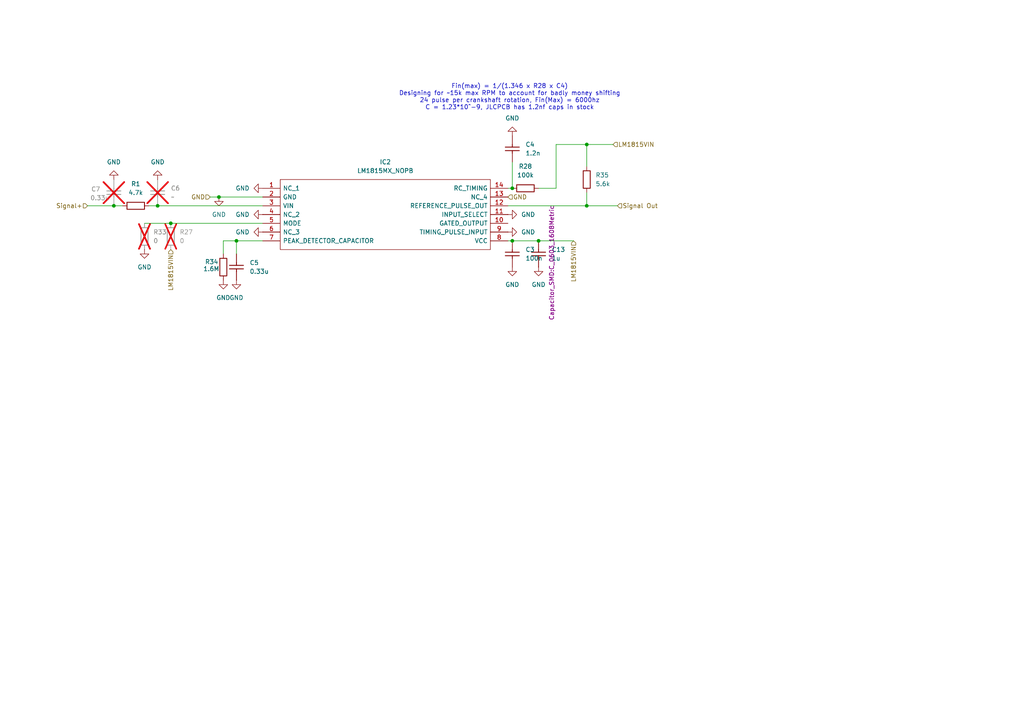
<source format=kicad_sch>
(kicad_sch (version 20231120) (generator "eeschema") (generator_version "8.0")
  (paper "A4")
  (lib_symbols
    (symbol "Device:R" (pin_numbers hide) (pin_names (offset 0))
      (property "Reference" "R" (at 2.032 0 90))
      (property "Value" "R" (at 0 0 90))
      (symbol "R_0_1"
        (rectangle (start -1.016 -2.54) (end 1.016 2.54) (stroke (width 0.254)))
      )
      (symbol "R_1_1"
        (pin passive line (at 0 3.81 270) (length 1.27) (name "~") (number "1"))
        (pin passive line (at 0 -3.81 90) (length 1.27) (name "~") (number "2"))
      )
    )
    (symbol "SamacSys_Parts:LM1815MX_NOPB" (pin_names (offset 0.762))
      (property "Reference" "IC" (at 67.31 7.62 0))
      (property "Value" "LM1815MX_NOPB" (at 67.31 5.08 0))
      (symbol "LM1815MX_NOPB_0_0"
        (pin passive line (at 0 0 0) (length 5.08) (name "NC_1") (number "1"))
        (pin passive line (at 71.12 -10.16 180) (length 5.08) (name "GATED_OUTPUT") (number "10"))
        (pin passive line (at 71.12 -7.62 180) (length 5.08) (name "INPUT_SELECT") (number "11"))
        (pin passive line (at 71.12 -5.08 180) (length 5.08) (name "REFERENCE_PULSE_OUT") (number "12"))
        (pin passive line (at 71.12 -2.54 180) (length 5.08) (name "NC_4") (number "13"))
        (pin passive line (at 71.12 0 180) (length 5.08) (name "RC_TIMING") (number "14"))
        (pin passive line (at 0 -2.54 0) (length 5.08) (name "GND") (number "2"))
        (pin passive line (at 0 -5.08 0) (length 5.08) (name "VIN") (number "3"))
        (pin passive line (at 0 -7.62 0) (length 5.08) (name "NC_2") (number "4"))
        (pin passive line (at 0 -10.16 0) (length 5.08) (name "MODE") (number "5"))
        (pin passive line (at 0 -12.7 0) (length 5.08) (name "NC_3") (number "6"))
        (pin passive line (at 0 -15.24 0) (length 5.08) (name "PEAK_DETECTOR_CAPACITOR") (number "7"))
        (pin passive line (at 71.12 -15.24 180) (length 5.08) (name "VCC") (number "8"))
        (pin passive line (at 71.12 -12.7 180) (length 5.08) (name "TIMING_PULSE_INPUT") (number "9"))
      )
      (symbol "LM1815MX_NOPB_0_1"
        (polyline (pts (xy 5.08 2.54) (xy 66.04 2.54) (xy 66.04 -17.78) (xy 5.08 -17.78) (xy 5.08 2.54)) (stroke (width 0.1524)))
      )
    )
    (symbol "hellen-one-common:Cap" (pin_numbers hide)
      (property "Reference" "C" (at -3.81 2.54 0))
      (property "Value" "Cap" (at -2.54 -1.27 0))
      (symbol "Cap_1_0"
        (polyline (pts (xy -1.27 0) (xy -0.508 0)) (stroke (width 0.254)))
        (polyline (pts (xy -0.508 -2.032) (xy -0.508 2.032)) (stroke (width 0.254)))
        (polyline (pts (xy 0.508 2.032) (xy 0.508 -2.032)) (stroke (width 0.254)))
        (polyline (pts (xy 1.27 0) (xy 0.508 0)) (stroke (width 0.254)))
        (pin passive line (at -3.81 0 0) (length 2.54) (name "") (number "1"))
        (pin passive line (at 3.81 0 180) (length 2.54) (name "") (number "2"))
      )
    )
    (symbol "power:GND" (power) (pin_numbers hide) (pin_names (offset 0) hide)
      (property "Value" "GND" (at 0 -3.81 0))
      (symbol "GND_0_1"
        (polyline (pts (xy 0 0) (xy 0 -1.27) (xy 1.27 -1.27) (xy 0 -2.54) (xy -1.27 -1.27) (xy 0 -1.27)))
      )
      (symbol "GND_1_1"
        (pin power_in line (at 0 0 270) (length 0) (name "~") (number "1"))
      )
    )
  )
  (junction (at 156.21 69.85))
  (junction (at 45.72 59.69))
  (junction (at 170.18 59.69))
  (junction (at 148.59 69.85))
  (junction (at 68.58 69.85))
  (junction (at 63.5 57.15))
  (junction (at 49.53 64.77))
  (junction (at 170.18 41.91))
  (junction (at 148.59 54.61))
  (junction (at 33.02 59.69))
  (wire (pts (xy 41.91 64.77) (xy 49.53 64.77)))
  (wire (pts (xy 161.29 54.61) (xy 156.21 54.61)))
  (wire (pts (xy 166.37 69.85) (xy 156.21 69.85)))
  (wire (pts (xy 64.77 69.85) (xy 68.58 69.85)))
  (wire (pts (xy 170.18 41.91) (xy 161.29 41.91)))
  (wire (pts (xy 25.4 59.69) (xy 33.02 59.69)))
  (wire (pts (xy 60.96 57.15) (xy 63.5 57.15)))
  (wire (pts (xy 68.58 73.66) (xy 68.58 69.85)))
  (wire (pts (xy 170.18 55.88) (xy 170.18 59.69)))
  (wire (pts (xy 161.29 41.91) (xy 161.29 54.61)))
  (wire (pts (xy 43.18 59.69) (xy 45.72 59.69)))
  (wire (pts (xy 148.59 46.99) (xy 148.59 54.61)))
  (wire (pts (xy 179.07 59.69) (xy 170.18 59.69)))
  (wire (pts (xy 45.72 59.69) (xy 76.2 59.69)))
  (wire (pts (xy 63.5 57.15) (xy 76.2 57.15)))
  (wire (pts (xy 68.58 69.85) (xy 76.2 69.85)))
  (wire (pts (xy 156.21 69.85) (xy 148.59 69.85)))
  (wire (pts (xy 33.02 59.69) (xy 35.56 59.69)))
  (wire (pts (xy 148.59 69.85) (xy 147.32 69.85)))
  (wire (pts (xy 170.18 59.69) (xy 147.32 59.69)))
  (wire (pts (xy 148.59 54.61) (xy 147.32 54.61)))
  (wire (pts (xy 177.8 41.91) (xy 170.18 41.91)))
  (wire (pts (xy 64.77 73.66) (xy 64.77 69.85)))
  (wire (pts (xy 49.53 64.77) (xy 76.2 64.77)))
  (wire (pts (xy 170.18 41.91) (xy 170.18 48.26)))
  (text "Fin(max) = 1/(1.346 x R28 x C4)\nDesigning for ~15k max RPM to account for badly money shifting\n24 pulse per crankshaft rotation, Fin(Max) = 6000hz\nC = 1.23*10^-9, JLCPCB has 1.2nf caps in stock" (at 147.828 28.194 0) (effects (font (size 1.27 1.27))))
  (hierarchical_label "LM1815VIN" (shape input) (at 177.8 41.91 0))
  (hierarchical_label "Signal Out" (shape input) (at 179.07 59.69 0))
  (hierarchical_label "LM1815VIN" (shape input) (at 166.37 69.85 270))
  (hierarchical_label "GND" (shape input) (at 60.96 57.15 180))
  (hierarchical_label "GND" (shape input) (at 147.32 57.15 0))
  (hierarchical_label "Signal+" (shape input) (at 25.4 59.69 180))
  (hierarchical_label "LM1815VIN" (shape input) (at 49.53 72.39 270))
  (symbol (lib_id "power:GND") (at 148.59 77.47 0) (unit 1)
    (property "Reference" "#PWR0101" (effects (hide yes)))
    (property "Value" "GND" (at 148.59 82.55 0))
    (property "Description" "Power symbol creates a global label with name \"GND\" , ground" (effects (hide yes)))
  )
  (symbol (lib_id "Device:R") (at 64.77 77.47 0) (unit 1)
    (property "Reference" "R34" (at 59.436 75.946 0) (effects (justify left)))
    (property "Value" "1.6M" (at 58.928 77.978 0) (effects (justify left)))
    (property "Footprint" "Resistor_SMD:R_0402_1005Metric" (effects (hide yes)))
    (property "Description" "Resistor" (effects (hide yes)))
  )
  (symbol (lib_id "hellen-one-common:Cap") (at 148.59 73.66 90) (unit 1)
    (property "Reference" "C3" (at 152.4 72.3899 90) (effects (justify right)))
    (property "Value" "100n" (at 152.4 74.9299 90) (effects (justify right)))
    (property "Footprint" "Capacitor_SMD:C_0402_1005Metric" (effects (hide yes)))
    (property "Description" "Capacitor" (effects (hide yes)))
  )
  (symbol (lib_id "hellen-one-common:Cap") (at 148.59 43.18 90) (unit 1)
    (property "Reference" "C4" (at 152.4 41.9099 90) (effects (justify right)))
    (property "Value" "1.2n" (at 152.4 44.4499 90) (effects (justify right)))
    (property "Footprint" "Capacitor_SMD:C_0402_1005Metric" (effects (hide yes)))
    (property "Description" "Capacitor" (effects (hide yes)))
  )
  (symbol (lib_id "power:GND") (at 156.21 77.47 0) (unit 1)
    (property "Reference" "#PWR057" (effects (hide yes)))
    (property "Value" "GND" (at 156.21 82.55 0))
    (property "Description" "Power symbol creates a global label with name \"GND\" , ground" (effects (hide yes)))
  )
  (symbol (lib_id "power:GND") (at 76.2 67.31 270) (unit 1)
    (property "Reference" "#PWR085" (effects (hide yes)))
    (property "Value" "GND" (at 72.39 67.3099 90) (effects (justify right)))
    (property "Description" "Power symbol creates a global label with name \"GND\" , ground" (effects (hide yes)))
  )
  (symbol (lib_id "hellen-one-common:Cap") (at 45.72 55.88 90) (unit 1) (in_bom no) (dnp yes)
    (property "Reference" "C6" (at 49.53 54.6099 90) (effects (justify right)))
    (property "Value" "~" (at 49.53 57.1499 90) (effects (justify right)))
    (property "Footprint" "Capacitor_SMD:C_0603_1608Metric" (effects (hide yes)))
    (property "Description" "Capacitor" (effects (hide yes)))
  )
  (symbol (lib_id "power:GND") (at 147.32 62.23 90) (unit 1)
    (property "Reference" "#PWR081" (effects (hide yes)))
    (property "Value" "GND" (at 151.13 62.2299 90) (effects (justify right)))
    (property "Description" "Power symbol creates a global label with name \"GND\" , ground" (effects (hide yes)))
  )
  (symbol (lib_id "Device:R") (at 170.18 52.07 0) (unit 1)
    (property "Reference" "R35" (at 172.72 50.7999 0) (effects (justify left)))
    (property "Value" "5.6k" (at 172.72 53.3399 0) (effects (justify left)))
    (property "Footprint" "Resistor_SMD:R_0402_1005Metric" (effects (hide yes)))
    (property "Description" "Resistor" (effects (hide yes)))
  )
  (symbol (lib_id "power:GND") (at 33.02 52.07 180) (unit 1)
    (property "Reference" "#PWR086" (effects (hide yes)))
    (property "Value" "GND" (at 33.02 46.99 0))
    (property "Description" "Power symbol creates a global label with name \"GND\" , ground" (effects (hide yes)))
  )
  (symbol (lib_id "Device:R") (at 49.53 68.58 180) (unit 1) (in_bom no) (dnp yes)
    (property "Reference" "R27" (at 52.07 67.3099 0) (effects (justify right)))
    (property "Value" "0" (at 52.07 69.8499 0) (effects (justify right)))
    (property "Footprint" "Resistor_SMD:R_0402_1005Metric" (effects (hide yes)))
    (property "Description" "Resistor" (effects (hide yes)))
  )
  (symbol (lib_id "Device:R") (at 39.37 59.69 90) (unit 1)
    (property "Reference" "R1" (at 39.37 53.34 90))
    (property "Value" "4.7k" (at 39.37 55.88 90))
    (property "Footprint" "Resistor_SMD:R_0402_1005Metric" (effects (hide yes)))
    (property "Description" "Resistor" (effects (hide yes)))
  )
  (symbol (lib_id "power:GND") (at 147.32 67.31 90) (unit 1)
    (property "Reference" "#PWR066" (effects (hide yes)))
    (property "Value" "GND" (at 151.13 67.3099 90) (effects (justify right)))
    (property "Description" "Power symbol creates a global label with name \"GND\" , ground" (effects (hide yes)))
  )
  (symbol (lib_id "hellen-one-common:Cap") (at 68.58 77.47 90) (unit 1)
    (property "Reference" "C5" (at 72.39 76.1999 90) (effects (justify right)))
    (property "Value" "0.33u" (at 72.39 78.7399 90) (effects (justify right)))
    (property "Footprint" "Capacitor_SMD:C_0402_1005Metric" (effects (hide yes)))
    (property "Description" "Capacitor" (effects (hide yes)))
  )
  (symbol (lib_id "power:GND") (at 41.91 72.39 0) (unit 1)
    (property "Reference" "#PWR063" (effects (hide yes)))
    (property "Value" "GND" (at 41.91 77.47 0))
    (property "Description" "Power symbol creates a global label with name \"GND\" , ground" (effects (hide yes)))
  )
  (symbol (lib_id "SamacSys_Parts:LM1815MX_NOPB") (at 76.2 54.61 0) (unit 1)
    (property "Reference" "IC2" (at 111.76 46.99 0))
    (property "Value" "LM1815MX_NOPB" (at 111.76 49.53 0))
    (property "Footprint" "SOIC127P600X175-14N" (effects (hide yes)))
    (property "Datasheet" "https://www.ti.com/lit/ds/symlink/lm1815.pdf?HQS=TI-null-null-digikeymode-df-pf-null-wwe&ts=1593498318349" (effects (hide yes)))
    (property "Description" "Adaptive Variable Reluctance Sensor Amplifier" (effects (hide yes)))
    (property "Description_1" "Adaptive Variable Reluctance Sensor Amplifier" (effects (hide yes)))
    (property "Height" "1.75" (effects (hide yes)))
    (property "Mouser Part Number" "926-LM1815MX/NOPB" (effects (hide yes)))
    (property "Mouser Price/Stock" "https://www.mouser.co.uk/ProductDetail/Texas-Instruments/LM1815MX-NOPB?qs=X1J7HmVL2ZHgqydadjjPBw%3D%3D" (effects (hide yes)))
    (property "Manufacturer_Name" "Texas Instruments" (effects (hide yes)))
    (property "Manufacturer_Part_Number" "LM1815MX/NOPB" (effects (hide yes)))
  )
  (symbol (lib_id "power:GND") (at 68.58 81.28 0) (unit 1)
    (property "Reference" "#PWR082" (effects (hide yes)))
    (property "Value" "GND" (at 68.58 86.36 0))
    (property "Description" "Power symbol creates a global label with name \"GND\" , ground" (effects (hide yes)))
  )
  (symbol (lib_id "hellen-one-common:Cap") (at 33.02 55.88 90) (unit 1) (in_bom no) (dnp yes)
    (property "Reference" "C7" (at 26.416 54.864 90) (effects (justify right)))
    (property "Value" "0.33u" (at 26.162 57.404 90) (effects (justify right)))
    (property "Footprint" "Capacitor_SMD:C_0603_1608Metric" (effects (hide yes)))
    (property "Description" "Capacitor" (effects (hide yes)))
  )
  (symbol (lib_id "power:GND") (at 45.72 52.07 180) (unit 1)
    (property "Reference" "#PWR087" (effects (hide yes)))
    (property "Value" "GND" (at 45.72 46.99 0))
    (property "Description" "Power symbol creates a global label with name \"GND\" , ground" (effects (hide yes)))
  )
  (symbol (lib_id "Device:R") (at 41.91 68.58 180) (unit 1) (in_bom no) (dnp yes)
    (property "Reference" "R33" (at 44.45 67.3099 0) (effects (justify right)))
    (property "Value" "0" (at 44.45 69.8499 0) (effects (justify right)))
    (property "Footprint" "Resistor_SMD:R_0402_1005Metric" (effects (hide yes)))
    (property "Description" "Resistor" (effects (hide yes)))
  )
  (symbol (lib_id "power:GND") (at 63.5 57.15 0) (unit 1)
    (property "Reference" "#PWR062" (effects (hide yes)))
    (property "Value" "GND" (at 63.5 62.23 0))
    (property "Description" "Power symbol creates a global label with name \"GND\" , ground" (effects (hide yes)))
  )
  (symbol (lib_id "power:GND") (at 76.2 62.23 270) (unit 1)
    (property "Reference" "#PWR084" (effects (hide yes)))
    (property "Value" "GND" (at 72.39 62.2299 90) (effects (justify right)))
    (property "Description" "Power symbol creates a global label with name \"GND\" , ground" (effects (hide yes)))
  )
  (symbol (lib_id "power:GND") (at 148.59 39.37 180) (unit 1)
    (property "Reference" "#PWR064" (effects (hide yes)))
    (property "Value" "GND" (at 148.59 34.29 0))
    (property "Description" "Power symbol creates a global label with name \"GND\" , ground" (effects (hide yes)))
  )
  (symbol (lib_id "Device:R") (at 152.4 54.61 270) (unit 1)
    (property "Reference" "R28" (at 152.4 48.26 90))
    (property "Value" "100k" (at 152.4 50.8 90))
    (property "Footprint" "Resistor_SMD:R_0402_1005Metric" (effects (hide yes)))
    (property "Description" "Resistor" (effects (hide yes)))
  )
  (symbol (lib_id "hellen-one-common:Cap") (at 156.21 73.66 90) (unit 1)
    (property "Reference" "C13" (at 160.02 72.3899 90) (effects (justify right)))
    (property "Value" "1u" (at 160.02 74.9299 90) (effects (justify right)))
    (property "Footprint" "Capacitor_SMD:C_0603_1608Metric" (at 160.02 76.2 0))
    (property "Description" "Capacitor" (effects (hide yes)))
  )
  (symbol (lib_id "power:GND") (at 64.77 81.28 0) (unit 1)
    (property "Reference" "#PWR065" (effects (hide yes)))
    (property "Value" "GND" (at 64.77 86.36 0))
    (property "Description" "Power symbol creates a global label with name \"GND\" , ground" (effects (hide yes)))
  )
  (symbol (lib_id "power:GND") (at 76.2 54.61 270) (unit 1)
    (property "Reference" "#PWR083" (effects (hide yes)))
    (property "Value" "GND" (at 72.39 54.6099 90) (effects (justify right)))
    (property "Description" "Power symbol creates a global label with name \"GND\" , ground" (effects (hide yes)))
  )
)
</source>
